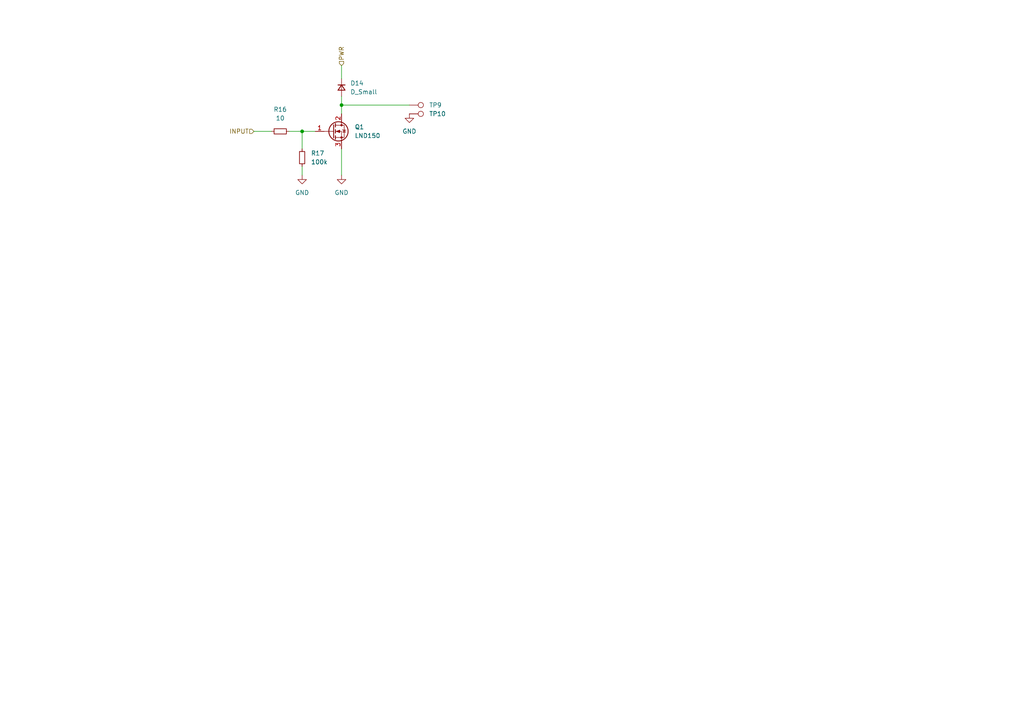
<source format=kicad_sch>
(kicad_sch (version 20211123) (generator eeschema)
  (paper "A4")
  (lib_symbols
    (symbol "Connector:TestPoint" (pin_numbers hide) (pin_names (offset 0.762) hide)
      (property "Reference" "TP" (at 0 6.858 0))
      (property "Value" "TestPoint" (at 0 5.08 0))
      (symbol "TestPoint_0_1"
        (circle (center 0 3.302) (radius 0.762))
      )
      (symbol "TestPoint_1_1"
        (pin passive line (at 0 0 90) (length 2.54) (name "1") (number "1"))
      )
    )
    (symbol "Device:D_Small" (pin_numbers hide) (pin_names (offset 0.254) hide)
      (property "Reference" "D" (at -1.27 2.032 0))
      (property "Value" "D_Small" (at -3.81 -2.032 0))
      (symbol "D_Small_0_1"
        (polyline (pts (xy -0.762 -1.016) (xy -0.762 1.016)) (stroke (width 0.254)))
        (polyline (pts (xy -0.762 0) (xy 0.762 0)))
        (polyline (pts (xy 0.762 -1.016) (xy -0.762 0) (xy 0.762 1.016) (xy 0.762 -1.016)) (stroke (width 0.254)))
      )
      (symbol "D_Small_1_1"
        (pin passive line (at -2.54 0 0) (length 1.778) (name "K") (number "1"))
        (pin passive line (at 2.54 0 180) (length 1.778) (name "A") (number "2"))
      )
    )
    (symbol "Device:Q_NMOS_GDS" (pin_names (offset 0) hide)
      (property "Reference" "Q" (at 5.08 1.27 0))
      (property "Value" "Q_NMOS_GDS" (at 5.08 -1.27 0))
      (symbol "Q_NMOS_GDS_0_1"
        (polyline (pts (xy 0.254 0) (xy -2.54 0)))
        (polyline (pts (xy 0.254 1.905) (xy 0.254 -1.905)) (stroke (width 0.254)))
        (polyline (pts (xy 0.762 -1.27) (xy 0.762 -2.286)) (stroke (width 0.254)))
        (polyline (pts (xy 0.762 0.508) (xy 0.762 -0.508)) (stroke (width 0.254)))
        (polyline (pts (xy 0.762 2.286) (xy 0.762 1.27)) (stroke (width 0.254)))
        (polyline (pts (xy 2.54 2.54) (xy 2.54 1.778)))
        (polyline (pts (xy 2.54 -2.54) (xy 2.54 0) (xy 0.762 0)))
        (polyline (pts (xy 0.762 -1.778) (xy 3.302 -1.778) (xy 3.302 1.778) (xy 0.762 1.778)))
        (polyline (pts (xy 1.016 0) (xy 2.032 0.381) (xy 2.032 -0.381) (xy 1.016 0)) (fill (type outline)))
        (polyline (pts (xy 2.794 0.508) (xy 2.921 0.381) (xy 3.683 0.381) (xy 3.81 0.254)))
        (polyline (pts (xy 3.302 0.381) (xy 2.921 -0.254) (xy 3.683 -0.254) (xy 3.302 0.381)))
        (circle (center 1.651 0) (radius 2.794) (stroke (width 0.254)))
        (circle (center 2.54 -1.778) (radius 0.254) (fill (type outline)))
        (circle (center 2.54 1.778) (radius 0.254) (fill (type outline)))
      )
      (symbol "Q_NMOS_GDS_1_1"
        (pin input line (at -5.08 0 0) (length 2.54) (name "G") (number "1"))
        (pin passive line (at 2.54 5.08 270) (length 2.54) (name "D") (number "2"))
        (pin passive line (at 2.54 -5.08 90) (length 2.54) (name "S") (number "3"))
      )
    )
    (symbol "Device:R_Small" (pin_numbers hide) (pin_names (offset 0.254) hide)
      (property "Reference" "R" (at 0.762 0.508 0))
      (property "Value" "R_Small" (at 0.762 -1.016 0))
      (symbol "R_Small_0_1"
        (rectangle (start -0.762 1.778) (end 0.762 -1.778) (stroke (width 0.2032)))
      )
      (symbol "R_Small_1_1"
        (pin passive line (at 0 2.54 270) (length 0.762) (name "~") (number "1"))
        (pin passive line (at 0 -2.54 90) (length 0.762) (name "~") (number "2"))
      )
    )
    (symbol "power:GND" (power) (pin_names (offset 0))
      (property "Value" "GND" (at 0 -3.81 0))
      (symbol "GND_0_1"
        (polyline (pts (xy 0 0) (xy 0 -1.27) (xy 1.27 -1.27) (xy 0 -2.54) (xy -1.27 -1.27) (xy 0 -1.27)))
      )
      (symbol "GND_1_1"
        (pin power_in line (at 0 0 270) (length 0) hide (name "GND") (number "1"))
      )
    )
  )
  (junction (at 99.06 30.48))
  (junction (at 87.63 38.1))
  (wire (pts (xy 118.745 30.48) (xy 99.06 30.48)))
  (wire (pts (xy 87.63 48.26) (xy 87.63 50.8)))
  (wire (pts (xy 87.63 38.1) (xy 91.44 38.1)))
  (wire (pts (xy 83.82 38.1) (xy 87.63 38.1)))
  (wire (pts (xy 73.66 38.1) (xy 78.74 38.1)))
  (wire (pts (xy 99.06 30.48) (xy 99.06 33.02)))
  (wire (pts (xy 87.63 38.1) (xy 87.63 43.18)))
  (wire (pts (xy 99.06 19.05) (xy 99.06 22.86)))
  (wire (pts (xy 99.06 43.18) (xy 99.06 50.8)))
  (wire (pts (xy 99.06 27.94) (xy 99.06 30.48)))
  (hierarchical_label "INPUT" (shape input) (at 73.66 38.1 180))
  (hierarchical_label "PWR" (shape input) (at 99.06 19.05 90))
  (symbol (lib_id "Connector:TestPoint") (at 118.745 33.02 270) (unit 1)
    (property "Reference" "TP10" (at 124.46 33.02 90) (effects (justify left)))
    (property "Value" "TestPoint" (effects hide))
    (property "Footprint" "TestPoint:TestPoint_THTPad_2.5x2.5mm_Drill1.2mm" (effects hide))
  )
  (symbol (lib_id "power:GND") (at 99.06 50.8 0) (unit 1)
    (property "Reference" "#PWR039" (effects hide))
    (property "Value" "GND" (at 99.06 55.88 0))
  )
  (symbol (lib_id "Device:D_Small") (at 99.06 25.4 270) (unit 1)
    (property "Reference" "D14" (at 101.6 24.1299 90) (effects (justify left)))
    (property "Value" "D_Small" (at 101.6 26.6699 90) (effects (justify left)))
    (property "Footprint" "Diode_SMD:D_0603_1608Metric_Pad1.05x0.95mm_HandSolder" (effects hide))
  )
  (symbol (lib_id "power:GND") (at 118.745 33.02 0) (unit 1)
    (property "Reference" "#PWR0101" (effects hide))
    (property "Value" "GND" (at 118.745 38.1 0))
  )
  (symbol (lib_id "Device:R_Small") (at 81.28 38.1 90) (unit 1)
    (property "Reference" "R16" (at 81.28 31.75 90))
    (property "Value" "10" (at 81.28 34.29 90))
    (property "Footprint" "Resistor_SMD:R_0603_1608Metric_Pad0.98x0.95mm_HandSolder" (effects hide))
  )
  (symbol (lib_id "Device:R_Small") (at 87.63 45.72 180) (unit 1)
    (property "Reference" "R17" (at 90.17 44.4499 0) (effects (justify right)))
    (property "Value" "100k" (at 90.17 46.9899 0) (effects (justify right)))
    (property "Footprint" "Resistor_SMD:R_0603_1608Metric_Pad0.98x0.95mm_HandSolder" (effects hide))
  )
  (symbol (lib_id "Connector:TestPoint") (at 118.745 30.48 270) (unit 1)
    (property "Reference" "TP9" (at 124.46 30.48 90) (effects (justify left)))
    (property "Value" "TestPoint" (effects hide))
    (property "Footprint" "TestPoint:TestPoint_THTPad_2.5x2.5mm_Drill1.2mm" (effects hide))
  )
  (symbol (lib_id "power:GND") (at 87.63 50.8 0) (unit 1)
    (property "Reference" "#PWR038" (effects hide))
    (property "Value" "GND" (at 87.63 55.88 0))
  )
  (symbol (lib_id "Device:Q_NMOS_GDS") (at 96.52 38.1 0) (unit 1)
    (property "Reference" "Q1" (at 102.87 36.8299 0) (effects (justify left)))
    (property "Value" "LND150" (at 102.87 39.3699 0) (effects (justify left)))
    (property "Footprint" "Package_TO_SOT_SMD:SOT-23-3" (effects hide))
  )
)
</source>
